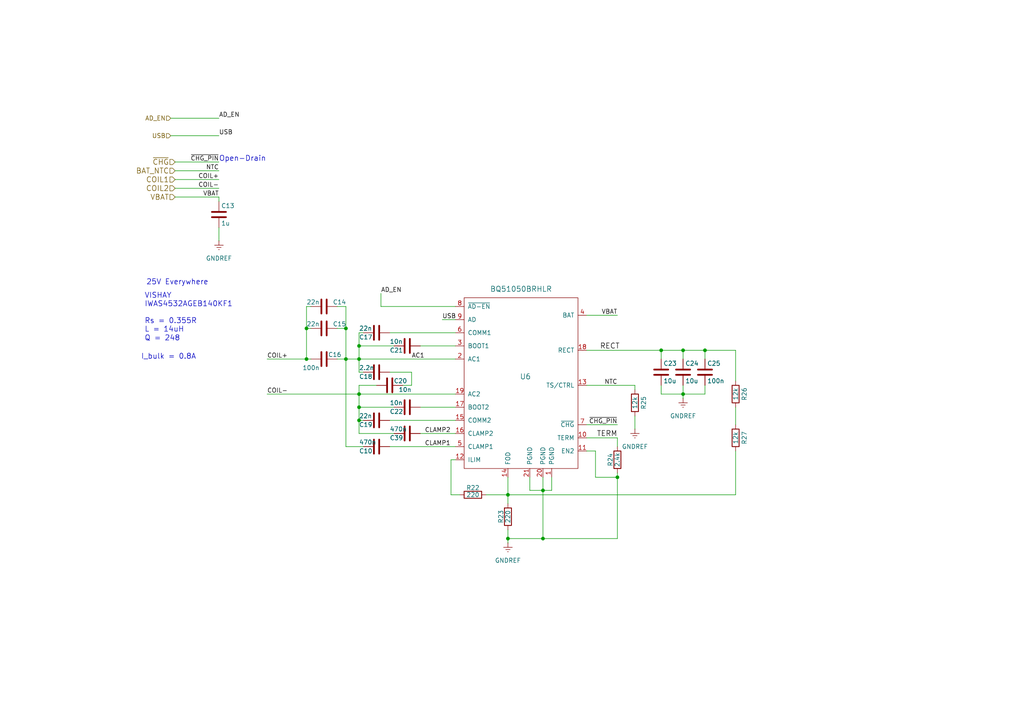
<source format=kicad_sch>
(kicad_sch (version 20231120) (generator "eeschema") (generator_version "8.0")
  (paper "A4")
  (lib_symbols
    (symbol "SenseLib:C-Device" (pin_numbers hide) (pin_names (offset 0.254))
      (property "Reference" "C" (at 0.635 2.54 0))
      (property "Value" "SenseLib_C-Device" (at 0.635 -2.54 0))
      (symbol "C-Device_0_1"
        (polyline (pts (xy -2.032 -0.762) (xy 2.032 -0.762)) (stroke (width 0.508)))
        (polyline (pts (xy -2.032 0.762) (xy 2.032 0.762)) (stroke (width 0.508)))
      )
      (symbol "C-Device_1_1"
        (pin passive line (at 0 3.81 270) (length 2.794) (name "~") (number "1"))
        (pin passive line (at 0 -3.81 90) (length 2.794) (name "~") (number "2"))
      )
    )
    (symbol "SenseLib:R-Device" (pin_numbers hide) (pin_names (offset 0))
      (property "Reference" "R" (at 2.032 0 90))
      (property "Value" "SenseLib_R-Device" (at 0 0 90))
      (symbol "R-Device_0_1"
        (rectangle (start -1.016 -2.54) (end 1.016 2.54) (stroke (width 0.254)))
      )
      (symbol "R-Device_1_1"
        (pin passive line (at 0 3.81 270) (length 1.27) (name "~") (number "1"))
        (pin passive line (at 0 -3.81 90) (length 1.27) (name "~") (number "2"))
      )
    )
    (symbol "SenseLib:bq5105xB-lib_sense_misc" (pin_names (offset 1.016))
      (property "Reference" "U" (at 0 0 0))
      (property "Value" "SenseLib_bq5105xB-lib_sense_misc" (at -1.27 25.4 0))
      (symbol "bq5105xB-lib_sense_misc_0_1"
        (rectangle (start -17.78 22.86) (end 15.24 -26.67))
      )
      (symbol "bq5105xB-lib_sense_misc_1_1"
        (pin power_in line (at 7.62 -29.21 90) (length 2.54) (name "PGND") (number "1"))
        (pin input line (at 17.78 -17.78 180) (length 2.54) (name "TERM") (number "10"))
        (pin input line (at 17.78 -21.59 180) (length 2.54) (name "EN2") (number "11"))
        (pin bidirectional line (at -20.32 -24.13 0) (length 2.54) (name "ILIM") (number "12"))
        (pin input line (at 17.78 -2.54 180) (length 2.54) (name "TS/CTRL") (number "13"))
        (pin input line (at -5.08 -29.21 90) (length 2.54) (name "FOD") (number "14"))
        (pin open_emitter line (at -20.32 -12.7 0) (length 2.54) (name "COMM2") (number "15"))
        (pin open_emitter line (at -20.32 -16.51 0) (length 2.54) (name "CLAMP2") (number "16"))
        (pin output line (at -20.32 -8.89 0) (length 2.54) (name "BOOT2") (number "17"))
        (pin output line (at 17.78 7.62 180) (length 2.54) (name "RECT") (number "18"))
        (pin input line (at -20.32 -5.08 0) (length 2.54) (name "AC2") (number "19"))
        (pin input line (at -20.32 5.08 0) (length 2.54) (name "AC1") (number "2"))
        (pin power_in line (at 5.08 -29.21 90) (length 2.54) (name "PGND") (number "20"))
        (pin power_in line (at 1.27 -29.21 90) (length 2.54) (name "PGND") (number "21"))
        (pin output line (at -20.32 8.89 0) (length 2.54) (name "BOOT1") (number "3"))
        (pin power_out line (at 17.78 17.78 180) (length 2.54) (name "BAT") (number "4"))
        (pin open_emitter line (at -20.32 -20.32 0) (length 2.54) (name "CLAMP1") (number "5"))
        (pin open_emitter line (at -20.32 12.7 0) (length 2.54) (name "COMM1") (number "6"))
        (pin open_emitter line (at 17.78 -13.97 180) (length 2.54) (name "~{CHG}") (number "7"))
        (pin output line (at -20.32 20.32 0) (length 2.54) (name "~{AD-EN}") (number "8"))
        (pin power_in line (at -20.32 16.51 0) (length 2.54) (name "AD") (number "9"))
      )
    )
    (symbol "power:GNDREF" (power) (pin_numbers hide) (pin_names (offset 0) hide)
      (property "Value" "GNDREF" (at 0 -3.81 0))
      (symbol "GNDREF_0_1"
        (polyline (pts (xy -0.635 -1.905) (xy 0.635 -1.905)))
        (polyline (pts (xy -0.127 -2.54) (xy 0.127 -2.54)))
        (polyline (pts (xy 0 -1.27) (xy 0 0)))
        (polyline (pts (xy 1.27 -1.27) (xy -1.27 -1.27)))
      )
      (symbol "GNDREF_1_1"
        (pin power_in line (at 0 0 270) (length 0) (name "~") (number "1"))
      )
    )
  )
  (junction (at 104.14 121.92))
  (junction (at 191.77 101.6))
  (junction (at 204.47 101.6))
  (junction (at 104.14 104.14))
  (junction (at 104.14 100.33))
  (junction (at 198.12 101.6))
  (junction (at 179.07 138.43))
  (junction (at 147.32 143.51))
  (junction (at 88.9 104.14))
  (junction (at 100.33 104.14))
  (junction (at 157.48 156.21))
  (junction (at 157.48 142.24))
  (junction (at 147.32 156.21))
  (junction (at 104.14 114.3))
  (junction (at 88.9 95.25))
  (junction (at 104.14 118.11))
  (junction (at 198.12 114.3))
  (junction (at 100.33 95.25))
  (wire (pts (xy 104.14 100.33) (xy 114.3 100.33)))
  (wire (pts (xy 153.67 142.24) (xy 157.48 142.24)))
  (wire (pts (xy 104.14 121.92) (xy 105.41 121.92)))
  (wire (pts (xy 172.72 138.43) (xy 179.07 138.43)))
  (wire (pts (xy 140.97 143.51) (xy 147.32 143.51)))
  (wire (pts (xy 204.47 114.3) (xy 198.12 114.3)))
  (wire (pts (xy 113.03 96.52) (xy 132.08 96.52)))
  (wire (pts (xy 179.07 138.43) (xy 179.07 156.21)))
  (wire (pts (xy 104.14 107.95) (xy 105.41 107.95)))
  (wire (pts (xy 113.03 107.95) (xy 119.38 107.95)))
  (wire (pts (xy 147.32 143.51) (xy 213.36 143.51)))
  (wire (pts (xy 50.8 57.15) (xy 63.5 57.15)))
  (wire (pts (xy 104.14 111.76) (xy 104.14 114.3)))
  (wire (pts (xy 170.18 111.76) (xy 184.15 111.76)))
  (wire (pts (xy 198.12 101.6) (xy 198.12 104.14)))
  (wire (pts (xy 170.18 123.19) (xy 179.07 123.19)))
  (wire (pts (xy 170.18 130.81) (xy 172.72 130.81)))
  (wire (pts (xy 170.18 91.44) (xy 179.07 91.44)))
  (wire (pts (xy 191.77 111.76) (xy 191.77 114.3)))
  (wire (pts (xy 160.02 138.43) (xy 160.02 142.24)))
  (wire (pts (xy 119.38 107.95) (xy 119.38 111.76)))
  (wire (pts (xy 109.22 111.76) (xy 104.14 111.76)))
  (wire (pts (xy 157.48 138.43) (xy 157.48 142.24)))
  (wire (pts (xy 147.32 153.67) (xy 147.32 156.21)))
  (wire (pts (xy 113.03 121.92) (xy 132.08 121.92)))
  (wire (pts (xy 100.33 88.9) (xy 100.33 95.25)))
  (wire (pts (xy 130.81 133.35) (xy 130.81 143.51)))
  (wire (pts (xy 97.79 104.14) (xy 100.33 104.14)))
  (wire (pts (xy 100.33 104.14) (xy 104.14 104.14)))
  (wire (pts (xy 88.9 88.9) (xy 88.9 95.25)))
  (wire (pts (xy 170.18 127) (xy 179.07 127)))
  (wire (pts (xy 157.48 142.24) (xy 160.02 142.24)))
  (wire (pts (xy 184.15 111.76) (xy 184.15 113.03)))
  (wire (pts (xy 204.47 101.6) (xy 213.36 101.6)))
  (wire (pts (xy 50.8 54.61) (xy 63.5 54.61)))
  (wire (pts (xy 204.47 101.6) (xy 204.47 104.14)))
  (wire (pts (xy 170.18 101.6) (xy 191.77 101.6)))
  (wire (pts (xy 110.49 85.09) (xy 110.49 88.9)))
  (wire (pts (xy 97.79 88.9) (xy 100.33 88.9)))
  (wire (pts (xy 88.9 104.14) (xy 77.47 104.14)))
  (wire (pts (xy 104.14 96.52) (xy 105.41 96.52)))
  (wire (pts (xy 105.41 129.54) (xy 100.33 129.54)))
  (wire (pts (xy 110.49 88.9) (xy 132.08 88.9)))
  (wire (pts (xy 49.53 34.29) (xy 63.5 34.29)))
  (wire (pts (xy 104.14 118.11) (xy 104.14 121.92)))
  (wire (pts (xy 88.9 95.25) (xy 88.9 104.14)))
  (wire (pts (xy 100.33 104.14) (xy 100.33 129.54)))
  (wire (pts (xy 104.14 125.73) (xy 114.3 125.73)))
  (wire (pts (xy 63.5 46.99) (xy 50.8 46.99)))
  (wire (pts (xy 50.8 52.07) (xy 63.5 52.07)))
  (wire (pts (xy 198.12 115.57) (xy 198.12 114.3)))
  (wire (pts (xy 130.81 133.35) (xy 132.08 133.35)))
  (wire (pts (xy 90.17 88.9) (xy 88.9 88.9)))
  (wire (pts (xy 128.27 92.71) (xy 132.08 92.71)))
  (wire (pts (xy 63.5 58.42) (xy 63.5 57.15)))
  (wire (pts (xy 63.5 66.04) (xy 63.5 69.85)))
  (wire (pts (xy 153.67 138.43) (xy 153.67 142.24)))
  (wire (pts (xy 97.79 95.25) (xy 100.33 95.25)))
  (wire (pts (xy 104.14 96.52) (xy 104.14 100.33)))
  (wire (pts (xy 77.47 114.3) (xy 104.14 114.3)))
  (wire (pts (xy 104.14 104.14) (xy 132.08 104.14)))
  (wire (pts (xy 104.14 118.11) (xy 114.3 118.11)))
  (wire (pts (xy 119.38 111.76) (xy 116.84 111.76)))
  (wire (pts (xy 121.92 100.33) (xy 132.08 100.33)))
  (wire (pts (xy 147.32 138.43) (xy 147.32 143.51)))
  (wire (pts (xy 204.47 111.76) (xy 204.47 114.3)))
  (wire (pts (xy 104.14 104.14) (xy 104.14 107.95)))
  (wire (pts (xy 179.07 137.16) (xy 179.07 138.43)))
  (wire (pts (xy 63.5 49.53) (xy 50.8 49.53)))
  (wire (pts (xy 100.33 95.25) (xy 100.33 104.14)))
  (wire (pts (xy 213.36 130.81) (xy 213.36 143.51)))
  (wire (pts (xy 172.72 130.81) (xy 172.72 138.43)))
  (wire (pts (xy 90.17 104.14) (xy 88.9 104.14)))
  (wire (pts (xy 198.12 101.6) (xy 204.47 101.6)))
  (wire (pts (xy 191.77 101.6) (xy 191.77 104.14)))
  (wire (pts (xy 213.36 118.11) (xy 213.36 123.19)))
  (wire (pts (xy 130.81 143.51) (xy 133.35 143.51)))
  (wire (pts (xy 157.48 156.21) (xy 179.07 156.21)))
  (wire (pts (xy 198.12 111.76) (xy 198.12 114.3)))
  (wire (pts (xy 213.36 110.49) (xy 213.36 101.6)))
  (wire (pts (xy 157.48 142.24) (xy 157.48 156.21)))
  (wire (pts (xy 147.32 156.21) (xy 157.48 156.21)))
  (wire (pts (xy 104.14 125.73) (xy 104.14 121.92)))
  (wire (pts (xy 90.17 95.25) (xy 88.9 95.25)))
  (wire (pts (xy 191.77 101.6) (xy 198.12 101.6)))
  (wire (pts (xy 104.14 100.33) (xy 104.14 104.14)))
  (wire (pts (xy 191.77 114.3) (xy 198.12 114.3)))
  (wire (pts (xy 184.15 124.46) (xy 184.15 120.65)))
  (wire (pts (xy 113.03 129.54) (xy 132.08 129.54)))
  (wire (pts (xy 179.07 127) (xy 179.07 129.54)))
  (wire (pts (xy 104.14 114.3) (xy 132.08 114.3)))
  (wire (pts (xy 104.14 114.3) (xy 104.14 118.11)))
  (wire (pts (xy 147.32 143.51) (xy 147.32 146.05)))
  (wire (pts (xy 121.92 125.73) (xy 132.08 125.73)))
  (wire (pts (xy 147.32 156.21) (xy 147.32 157.48)))
  (wire (pts (xy 49.53 39.37) (xy 63.5 39.37)))
  (wire (pts (xy 121.92 118.11) (xy 132.08 118.11)))
  (text "25V Everywhere" (at 42.418 82.804 0) (effects (font (size 1.524 1.524)) (justify left bottom)))
  (text "VISHAY\nIWAS4532AGEB140KF1\n\nRs = 0.355R\nL = 14uH\n" (at 41.91 96.52 0) (effects (font (size 1.524 1.524)) (justify left bottom)))
  (text "Open-Drain" (at 63.5 46.99 0) (effects (font (size 1.524 1.524)) (justify left bottom)))
  (text "I_bulk = 0.8A" (at 40.894 104.394 0) (effects (font (size 1.524 1.524)) (justify left bottom)))
  (text "Q = 248" (at 41.91 99.06 0) (effects (font (size 1.524 1.524)) (justify left bottom)))
  (label "USB" (at 63.5 39.37 0))
  (label "TERM" (at 179.07 127 180) (effects (font (size 1.524 1.524))))
  (label "VBAT" (at 63.5 57.15 180))
  (label "AD_EN" (at 110.49 85.09 0))
  (label "COIL-" (at 63.5 54.61 180))
  (label "CLAMP2" (at 123.19 125.73 0))
  (label "NTC" (at 63.5 49.53 180))
  (label "COIL-" (at 77.47 114.3 0))
  (label "COIL+" (at 63.5 52.07 180))
  (label "~{CHG_PIN}" (at 63.5 46.99 180))
  (label "CLAMP1" (at 123.19 129.54 0))
  (label "AC1" (at 119.38 104.14 0))
  (label "~{CHG_PIN}" (at 179.07 123.19 180))
  (label "AD_EN" (at 63.5 34.29 0))
  (label "RECT" (at 173.99 101.6 0) (effects (font (size 1.524 1.524))))
  (label "NTC" (at 179.07 111.76 180))
  (label "VBAT" (at 179.07 91.44 180))
  (label "USB" (at 128.27 92.71 0))
  (label "COIL+" (at 77.47 104.14 0))
  (hierarchical_label "COIL1" (shape input) (at 50.8 52.07 180) (effects (font (size 1.524 1.524))))
  (hierarchical_label "COIL2" (shape input) (at 50.8 54.61 180) (effects (font (size 1.524 1.524))))
  (hierarchical_label "~{CHG}" (shape input) (at 50.8 46.99 180) (effects (font (size 1.524 1.524))))
  (hierarchical_label "AD_EN" (shape input) (at 49.53 34.29 180))
  (hierarchical_label "USB" (shape input) (at 49.53 39.37 180))
  (hierarchical_label "VBAT" (shape input) (at 50.8 57.15 180) (effects (font (size 1.524 1.524))))
  (hierarchical_label "BAT_NTC" (shape input) (at 50.8 49.53 180) (effects (font (size 1.524 1.524))))
  (symbol (lib_id "SenseLib:C-Device") (at 118.11 118.11 270) (unit 1)
    (property "Reference" "C22" (at 113.03 119.38 90) (effects (justify left)))
    (property "Value" "10n" (at 113.03 116.84 90) (effects (justify left)))
    (property "Footprint" "Capacitor_SMD:C_0603_1608Metric" (effects (hide yes)))
    (property "PN" "0603B103K500NT" (effects (hide yes)))
  )
  (symbol (lib_id "SenseLib:R-Device") (at 213.36 127 0) (unit 1)
    (property "Reference" "R27" (at 215.9 127 90))
    (property "Value" "12k" (at 213.36 127 90))
    (property "Footprint" "Resistor_SMD:R_0402_1005Metric" (effects (hide yes)))
    (property "PN" "0402WGF1202TCE" (effects (hide yes)))
  )
  (symbol (lib_id "SenseLib:C-Device") (at 191.77 107.95 0) (unit 1)
    (property "Reference" "C23" (at 192.405 105.41 0) (effects (justify left)))
    (property "Value" "10u" (at 192.405 110.49 0) (effects (justify left)))
    (property "Footprint" "Capacitor_SMD:C_0603_1608Metric" (effects (hide yes)))
    (property "PN" "0603X106M250NT" (effects (hide yes)))
  )
  (symbol (lib_id "SenseLib:bq5105xB-lib_sense_misc") (at 152.4 109.22 0) (unit 1)
    (property "Reference" "U6" (at 152.4 109.22 0) (effects (font (size 1.524 1.524))))
    (property "Value" "BQ51050BRHLR" (at 151.13 83.82 0) (effects (font (size 1.524 1.524))))
    (property "Footprint" "Footprints:BQ51050BRHLR" (effects (hide yes)))
    (property "PN" "BQ51050BRHLR" (effects (hide yes)))
  )
  (symbol (lib_id "SenseLib:R-Device") (at 137.16 143.51 90) (unit 1)
    (property "Reference" "R22" (at 137.16 141.478 90))
    (property "Value" "220" (at 137.16 143.51 90))
    (property "Footprint" "Resistor_SMD:R_0603_1608Metric" (effects (hide yes)))
    (property "PN" "FRC0603J221 TS" (effects (hide yes)))
  )
  (symbol (lib_id "SenseLib:C-Device") (at 109.22 129.54 270) (unit 1)
    (property "Reference" "C10" (at 104.14 130.81 90) (effects (justify left)))
    (property "Value" "470n" (at 104.14 128.27 90) (effects (justify left)))
    (property "Footprint" "Capacitor_SMD:C_0603_1608Metric" (effects (hide yes)))
    (property "PN" "CL10B474KA8NNNC" (effects (hide yes)))
  )
  (symbol (lib_id "power:GNDREF") (at 198.12 115.57 0) (unit 1)
    (property "Reference" "#PWR032" (effects (hide yes)))
    (property "Value" "GNDREF" (at 198.12 120.65 0))
    (property "Description" "Power symbol creates a global label with name \"GNDREF\" , reference supply ground" (effects (hide yes)))
  )
  (symbol (lib_id "SenseLib:C-Device") (at 198.12 107.95 0) (unit 1)
    (property "Reference" "C24" (at 198.755 105.41 0) (effects (justify left)))
    (property "Value" "10u" (at 198.755 110.49 0) (effects (justify left)))
    (property "Footprint" "Capacitor_SMD:C_0603_1608Metric" (effects (hide yes)))
    (property "PN" "0603X106M250NT" (effects (hide yes)))
  )
  (symbol (lib_id "SenseLib:C-Device") (at 109.22 96.52 270) (unit 1)
    (property "Reference" "C17" (at 104.14 97.79 90) (effects (justify left)))
    (property "Value" "22n" (at 104.14 95.25 90) (effects (justify left)))
    (property "Footprint" "Capacitor_SMD:C_0603_1608Metric" (effects (hide yes)))
    (property "PN" "0603B223K500NT" (effects (hide yes)))
  )
  (symbol (lib_id "power:GNDREF") (at 147.32 157.48 0) (unit 1)
    (property "Reference" "#PWR015" (effects (hide yes)))
    (property "Value" "GNDREF" (at 147.32 162.56 0))
    (property "Description" "Power symbol creates a global label with name \"GNDREF\" , reference supply ground" (effects (hide yes)))
  )
  (symbol (lib_id "SenseLib:C-Device") (at 109.22 107.95 270) (unit 1)
    (property "Reference" "C18" (at 104.14 109.22 90) (effects (justify left)))
    (property "Value" "2.2n" (at 104.14 106.68 90) (effects (justify left)))
    (property "Footprint" "Capacitor_SMD:C_0603_1608Metric" (effects (hide yes)))
    (property "PN" "CC0603JRNPO9BN222" (effects (hide yes)))
  )
  (symbol (lib_id "SenseLib:R-Device") (at 147.32 149.86 180) (unit 1)
    (property "Reference" "R23" (at 145.288 149.86 90))
    (property "Value" "220" (at 147.32 149.86 90))
    (property "Footprint" "Resistor_SMD:R_0603_1608Metric" (effects (hide yes)))
    (property "PN" "FRC0603J221 TS" (effects (hide yes)))
  )
  (symbol (lib_id "SenseLib:C-Device") (at 63.5 62.23 0) (unit 1)
    (property "Reference" "C13" (at 64.135 59.69 0) (effects (justify left)))
    (property "Value" "1u" (at 64.135 64.77 0) (effects (justify left)))
    (property "Footprint" "Capacitor_SMD:C_0603_1608Metric" (effects (hide yes)))
    (property "PN" "0603B105K250NT" (effects (hide yes)))
  )
  (symbol (lib_id "SenseLib:C-Device") (at 93.98 88.9 270) (unit 1)
    (property "Reference" "C14" (at 96.52 87.63 90) (effects (justify left)))
    (property "Value" "22n" (at 88.9 87.63 90) (effects (justify left)))
    (property "Footprint" "Capacitor_SMD:C_0603_1608Metric" (effects (hide yes)))
    (property "PN" "0603B223K500NT" (effects (hide yes)))
  )
  (symbol (lib_id "SenseLib:R-Device") (at 179.07 133.35 180) (unit 1)
    (property "Reference" "R24" (at 177.038 133.35 90))
    (property "Value" "2.4k" (at 179.07 133.35 90))
    (property "Footprint" "Resistor_SMD:R_0603_1608Metric" (effects (hide yes)))
    (property "PN" "RTT03242JTP" (effects (hide yes)))
  )
  (symbol (lib_id "power:GNDREF") (at 63.5 69.85 0) (unit 1)
    (property "Reference" "#PWR033" (effects (hide yes)))
    (property "Value" "GNDREF" (at 63.5 74.93 0))
    (property "Description" "Power symbol creates a global label with name \"GNDREF\" , reference supply ground" (effects (hide yes)))
  )
  (symbol (lib_id "SenseLib:C-Device") (at 109.22 121.92 270) (unit 1)
    (property "Reference" "C19" (at 104.14 123.19 90) (effects (justify left)))
    (property "Value" "22n" (at 104.14 120.65 90) (effects (justify left)))
    (property "Footprint" "Capacitor_SMD:C_0603_1608Metric" (effects (hide yes)))
    (property "PN" "0603B223K500NT" (effects (hide yes)))
  )
  (symbol (lib_id "SenseLib:C-Device") (at 118.11 100.33 270) (unit 1)
    (property "Reference" "C21" (at 113.03 101.6 90) (effects (justify left)))
    (property "Value" "10n" (at 113.03 99.06 90) (effects (justify left)))
    (property "Footprint" "Capacitor_SMD:C_0603_1608Metric" (effects (hide yes)))
    (property "PN" "0603B103K500NT" (effects (hide yes)))
  )
  (symbol (lib_id "SenseLib:R-Device") (at 213.36 114.3 0) (unit 1)
    (property "Reference" "R26" (at 215.9 114.3 90))
    (property "Value" "12k" (at 213.36 114.3 90))
    (property "Footprint" "Resistor_SMD:R_0402_1005Metric" (effects (hide yes)))
    (property "PN" "0402WGF1202TCE" (effects (hide yes)))
  )
  (symbol (lib_id "SenseLib:C-Device") (at 118.11 125.73 270) (unit 1)
    (property "Reference" "C39" (at 113.03 127 90) (effects (justify left)))
    (property "Value" "470n" (at 113.03 124.46 90) (effects (justify left)))
    (property "Footprint" "Capacitor_SMD:C_0603_1608Metric" (effects (hide yes)))
    (property "PN" "CL10B474KA8NNNC" (effects (hide yes)))
  )
  (symbol (lib_id "SenseLib:C-Device") (at 113.03 111.76 90) (unit 1)
    (property "Reference" "C20" (at 118.11 110.49 90) (effects (justify left)))
    (property "Value" "10n" (at 119.38 113.03 90) (effects (justify left)))
    (property "Footprint" "Capacitor_SMD:C_0603_1608Metric" (effects (hide yes)))
    (property "PN" "0603B103K500NT" (effects (hide yes)))
  )
  (symbol (lib_id "SenseLib:C-Device") (at 204.47 107.95 0) (unit 1)
    (property "Reference" "C25" (at 205.105 105.41 0) (effects (justify left)))
    (property "Value" "100n" (at 205.105 110.49 0) (effects (justify left)))
    (property "Footprint" "Capacitor_SMD:C_0603_1608Metric" (effects (hide yes)))
    (property "PN" "CC0603KRX7R9BB104" (effects (hide yes)))
  )
  (symbol (lib_id "power:GNDREF") (at 184.15 124.46 0) (unit 1)
    (property "Reference" "#PWR031" (effects (hide yes)))
    (property "Value" "GNDREF" (at 184.15 129.54 0))
    (property "Description" "Power symbol creates a global label with name \"GNDREF\" , reference supply ground" (effects (hide yes)))
  )
  (symbol (lib_id "SenseLib:C-Device") (at 93.98 95.25 270) (unit 1)
    (property "Reference" "C15" (at 96.52 93.98 90) (effects (justify left)))
    (property "Value" "22n" (at 88.9 93.98 90) (effects (justify left)))
    (property "Footprint" "Capacitor_SMD:C_0603_1608Metric" (effects (hide yes)))
    (property "PN" "0603B223K500NT" (effects (hide yes)))
  )
  (symbol (lib_id "SenseLib:R-Device") (at 184.15 116.84 0) (unit 1)
    (property "Reference" "R25" (at 186.69 116.84 90))
    (property "Value" "12k" (at 184.15 116.84 90))
    (property "Footprint" "Resistor_SMD:R_0402_1005Metric" (effects (hide yes)))
    (property "PN" "0402WGF1202TCE" (effects (hide yes)))
  )
  (symbol (lib_id "SenseLib:C-Device") (at 93.98 104.14 90) (unit 1)
    (property "Reference" "C16" (at 99.06 102.87 90) (effects (justify left)))
    (property "Value" "100n" (at 92.71 106.68 90) (effects (justify left)))
    (property "Footprint" "Capacitor_SMD:C_0603_1608Metric" (effects (hide yes)))
    (property "PN" "CC0603KRX7R9BB104" (effects (hide yes)))
  )
)
</source>
